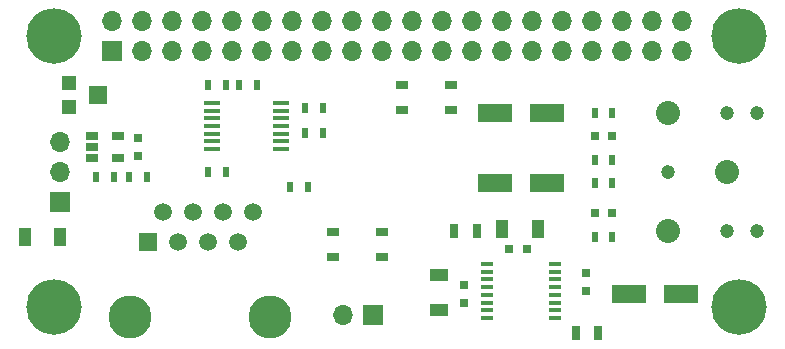
<source format=gts>
G04 #@! TF.FileFunction,Soldermask,Top*
%FSLAX46Y46*%
G04 Gerber Fmt 4.6, Leading zero omitted, Abs format (unit mm)*
G04 Created by KiCad (PCBNEW 4.0.7) date Fri Mar  9 15:06:21 2018*
%MOMM*%
%LPD*%
G01*
G04 APERTURE LIST*
%ADD10C,0.025400*%
%ADD11C,2.032000*%
%ADD12C,1.193800*%
%ADD13R,1.000000X1.600000*%
%ADD14R,0.800000X0.750000*%
%ADD15R,1.600000X1.000000*%
%ADD16R,0.750000X0.800000*%
%ADD17R,3.000000X1.600000*%
%ADD18C,3.650000*%
%ADD19R,1.500000X1.500000*%
%ADD20C,1.500000*%
%ADD21R,1.700000X1.700000*%
%ADD22O,1.700000X1.700000*%
%ADD23R,0.700000X1.300000*%
%ADD24R,0.500000X0.900000*%
%ADD25R,1.500000X1.600000*%
%ADD26R,1.200000X1.200000*%
%ADD27R,1.000000X0.400000*%
%ADD28R,1.060000X0.650000*%
%ADD29C,4.700000*%
%ADD30R,1.450000X0.450000*%
%ADD31R,1.050000X0.650000*%
G04 APERTURE END LIST*
D10*
D11*
X180500000Y-70000000D03*
X185500000Y-65000000D03*
X180500000Y-60000000D03*
D12*
X185500000Y-70000000D03*
X185500000Y-60000000D03*
X180500000Y-65000000D03*
X188000000Y-70000000D03*
X188000000Y-60000000D03*
D13*
X166437180Y-69903320D03*
X169437180Y-69903320D03*
D14*
X168536180Y-71554320D03*
X167036180Y-71554320D03*
D15*
X161055180Y-73737320D03*
X161055180Y-76737320D03*
D16*
X163214180Y-76114320D03*
X163214180Y-74614320D03*
D17*
X165800000Y-66000000D03*
X170200000Y-66000000D03*
D14*
X175750000Y-68500000D03*
X174250000Y-68500000D03*
D17*
X165800000Y-60000000D03*
X170200000Y-60000000D03*
D14*
X175750000Y-62000000D03*
X174250000Y-62000000D03*
D17*
X177143180Y-75364320D03*
X181543180Y-75364320D03*
D16*
X173501180Y-73610320D03*
X173501180Y-75110320D03*
X135612000Y-63648000D03*
X135612000Y-62148000D03*
D13*
X126000000Y-70500000D03*
X129000000Y-70500000D03*
D18*
X146800000Y-77350000D03*
X134930000Y-77350000D03*
D19*
X136420000Y-71000000D03*
D20*
X137690000Y-68460000D03*
X138960000Y-71000000D03*
X140230000Y-68460000D03*
X141500000Y-71000000D03*
X142770000Y-68460000D03*
X144040000Y-71000000D03*
X145310000Y-68460000D03*
D21*
X129000000Y-67540000D03*
D22*
X129000000Y-65000000D03*
X129000000Y-62460000D03*
D23*
X164291180Y-70030320D03*
X162391180Y-70030320D03*
X174578180Y-78666320D03*
X172678180Y-78666320D03*
D24*
X175750000Y-66000000D03*
X174250000Y-66000000D03*
X175750000Y-70500000D03*
X174250000Y-70500000D03*
X175750000Y-60000000D03*
X174250000Y-60000000D03*
X175750000Y-64000000D03*
X174250000Y-64000000D03*
X151264180Y-59616320D03*
X149764180Y-59616320D03*
X143009180Y-57711320D03*
X141509180Y-57711320D03*
X145676180Y-57711320D03*
X144176180Y-57711320D03*
X141509180Y-65077320D03*
X143009180Y-65077320D03*
X132068000Y-65438000D03*
X133568000Y-65438000D03*
X136362000Y-65438000D03*
X134862000Y-65438000D03*
D25*
X132250000Y-58500000D03*
D26*
X129750000Y-57500000D03*
X129750000Y-59500000D03*
D27*
X165140180Y-72835320D03*
X165140180Y-73485320D03*
X165140180Y-74135320D03*
X165140180Y-74785320D03*
X165140180Y-75435320D03*
X165140180Y-76085320D03*
X165140180Y-76735320D03*
X165140180Y-77385320D03*
X170940180Y-77385320D03*
X170940180Y-76735320D03*
X170940180Y-76085320D03*
X170940180Y-75435320D03*
X170940180Y-74785320D03*
X170940180Y-74135320D03*
X170940180Y-73485320D03*
X170940180Y-72835320D03*
D28*
X131718000Y-61948000D03*
X131718000Y-62898000D03*
X131718000Y-63848000D03*
X133918000Y-63848000D03*
X133918000Y-61948000D03*
D21*
X133370000Y-54770000D03*
D22*
X133370000Y-52230000D03*
X135910000Y-54770000D03*
X135910000Y-52230000D03*
X138450000Y-54770000D03*
X138450000Y-52230000D03*
X140990000Y-54770000D03*
X140990000Y-52230000D03*
X143530000Y-54770000D03*
X143530000Y-52230000D03*
X146070000Y-54770000D03*
X146070000Y-52230000D03*
X148610000Y-54770000D03*
X148610000Y-52230000D03*
X151150000Y-54770000D03*
X151150000Y-52230000D03*
X153690000Y-54770000D03*
X153690000Y-52230000D03*
X156230000Y-54770000D03*
X156230000Y-52230000D03*
X158770000Y-54770000D03*
X158770000Y-52230000D03*
X161310000Y-54770000D03*
X161310000Y-52230000D03*
X163850000Y-54770000D03*
X163850000Y-52230000D03*
X166390000Y-54770000D03*
X166390000Y-52230000D03*
X168930000Y-54770000D03*
X168930000Y-52230000D03*
X171470000Y-54770000D03*
X171470000Y-52230000D03*
X174010000Y-54770000D03*
X174010000Y-52230000D03*
X176550000Y-54770000D03*
X176550000Y-52230000D03*
X179090000Y-54770000D03*
X179090000Y-52230000D03*
X181630000Y-54770000D03*
X181630000Y-52230000D03*
D29*
X128500000Y-53500000D03*
X128500000Y-76500000D03*
X186500000Y-53500000D03*
X186500000Y-76500000D03*
D21*
X155467180Y-77142320D03*
D22*
X152927180Y-77142320D03*
D24*
X148506180Y-66347320D03*
X150006180Y-66347320D03*
X149764180Y-61775320D03*
X151264180Y-61775320D03*
D30*
X141849180Y-59190320D03*
X141849180Y-59840320D03*
X141849180Y-60490320D03*
X141849180Y-61140320D03*
X141849180Y-61790320D03*
X141849180Y-62440320D03*
X141849180Y-63090320D03*
X147749180Y-63090320D03*
X147749180Y-62440320D03*
X147749180Y-61790320D03*
X147749180Y-61140320D03*
X147749180Y-60490320D03*
X147749180Y-59840320D03*
X147749180Y-59190320D03*
D31*
X156272180Y-72248320D03*
X152122180Y-72248320D03*
X156272180Y-70098320D03*
X152122180Y-70098320D03*
X157964180Y-57652320D03*
X162114180Y-57652320D03*
X157964180Y-59802320D03*
X162114180Y-59802320D03*
M02*

</source>
